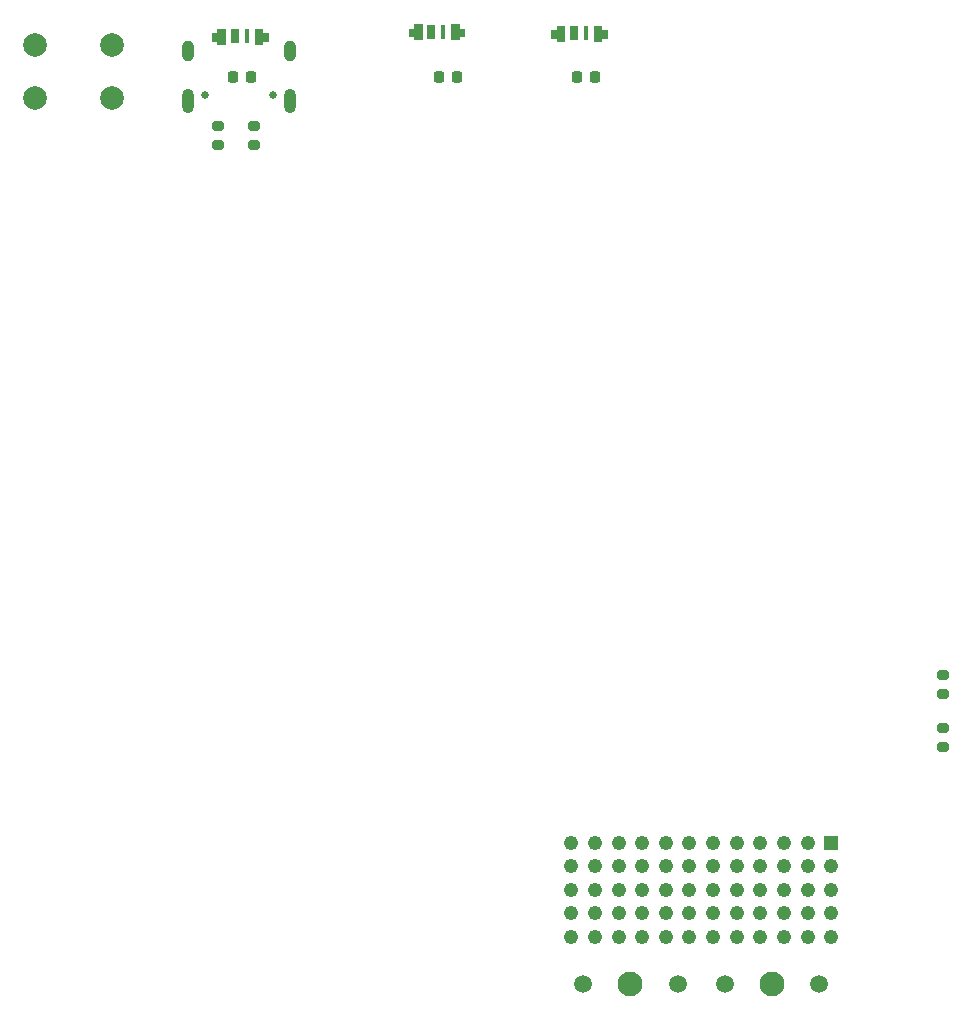
<source format=gbr>
%TF.GenerationSoftware,KiCad,Pcbnew,(7.0.0)*%
%TF.CreationDate,2023-02-28T21:09:02-08:00*%
%TF.ProjectId,daq-wireless,6461712d-7769-4726-956c-6573732e6b69,rev?*%
%TF.SameCoordinates,Original*%
%TF.FileFunction,Soldermask,Bot*%
%TF.FilePolarity,Negative*%
%FSLAX46Y46*%
G04 Gerber Fmt 4.6, Leading zero omitted, Abs format (unit mm)*
G04 Created by KiCad (PCBNEW (7.0.0)) date 2023-02-28 21:09:02*
%MOMM*%
%LPD*%
G01*
G04 APERTURE LIST*
G04 Aperture macros list*
%AMRoundRect*
0 Rectangle with rounded corners*
0 $1 Rounding radius*
0 $2 $3 $4 $5 $6 $7 $8 $9 X,Y pos of 4 corners*
0 Add a 4 corners polygon primitive as box body*
4,1,4,$2,$3,$4,$5,$6,$7,$8,$9,$2,$3,0*
0 Add four circle primitives for the rounded corners*
1,1,$1+$1,$2,$3*
1,1,$1+$1,$4,$5*
1,1,$1+$1,$6,$7*
1,1,$1+$1,$8,$9*
0 Add four rect primitives between the rounded corners*
20,1,$1+$1,$2,$3,$4,$5,0*
20,1,$1+$1,$4,$5,$6,$7,0*
20,1,$1+$1,$6,$7,$8,$9,0*
20,1,$1+$1,$8,$9,$2,$3,0*%
G04 Aperture macros list end*
%ADD10C,0.010000*%
%ADD11C,0.650000*%
%ADD12O,1.000000X2.100000*%
%ADD13O,1.000000X1.800000*%
%ADD14C,1.500000*%
%ADD15C,2.100000*%
%ADD16R,1.243000X1.243000*%
%ADD17C,1.243000*%
%ADD18C,2.000000*%
%ADD19RoundRect,0.225000X-0.225000X-0.250000X0.225000X-0.250000X0.225000X0.250000X-0.225000X0.250000X0*%
%ADD20RoundRect,0.200000X-0.275000X0.200000X-0.275000X-0.200000X0.275000X-0.200000X0.275000X0.200000X0*%
%ADD21R,0.700000X1.200000*%
%ADD22R,0.450000X1.200000*%
G04 APERTURE END LIST*
%TO.C,D9*%
G36*
X145352000Y-47248000D02*
G01*
X145802000Y-47248000D01*
X145802000Y-47898000D01*
X145352000Y-47898000D01*
X145352000Y-48148000D01*
X144702000Y-48148000D01*
X144702000Y-46848000D01*
X145352000Y-46848000D01*
X145352000Y-47248000D01*
G37*
D10*
X145352000Y-47248000D02*
X145802000Y-47248000D01*
X145802000Y-47898000D01*
X145352000Y-47898000D01*
X145352000Y-48148000D01*
X144702000Y-48148000D01*
X144702000Y-46848000D01*
X145352000Y-46848000D01*
X145352000Y-47248000D01*
G36*
X142202000Y-48148000D02*
G01*
X141552000Y-48148000D01*
X141552000Y-47898000D01*
X141102000Y-47898000D01*
X141102000Y-47248000D01*
X141552000Y-47248000D01*
X141552000Y-46848000D01*
X142202000Y-46848000D01*
X142202000Y-48148000D01*
G37*
X142202000Y-48148000D02*
X141552000Y-48148000D01*
X141552000Y-47898000D01*
X141102000Y-47898000D01*
X141102000Y-47248000D01*
X141552000Y-47248000D01*
X141552000Y-46848000D01*
X142202000Y-46848000D01*
X142202000Y-48148000D01*
%TO.C,D4*%
G36*
X116632000Y-47502000D02*
G01*
X117082000Y-47502000D01*
X117082000Y-48152000D01*
X116632000Y-48152000D01*
X116632000Y-48402000D01*
X115982000Y-48402000D01*
X115982000Y-47102000D01*
X116632000Y-47102000D01*
X116632000Y-47502000D01*
G37*
X116632000Y-47502000D02*
X117082000Y-47502000D01*
X117082000Y-48152000D01*
X116632000Y-48152000D01*
X116632000Y-48402000D01*
X115982000Y-48402000D01*
X115982000Y-47102000D01*
X116632000Y-47102000D01*
X116632000Y-47502000D01*
G36*
X113482000Y-48402000D02*
G01*
X112832000Y-48402000D01*
X112832000Y-48152000D01*
X112382000Y-48152000D01*
X112382000Y-47502000D01*
X112832000Y-47502000D01*
X112832000Y-47102000D01*
X113482000Y-47102000D01*
X113482000Y-48402000D01*
G37*
X113482000Y-48402000D02*
X112832000Y-48402000D01*
X112832000Y-48152000D01*
X112382000Y-48152000D01*
X112382000Y-47502000D01*
X112832000Y-47502000D01*
X112832000Y-47102000D01*
X113482000Y-47102000D01*
X113482000Y-48402000D01*
%TO.C,D7*%
G36*
X133300000Y-47104000D02*
G01*
X133750000Y-47104000D01*
X133750000Y-47754000D01*
X133300000Y-47754000D01*
X133300000Y-48004000D01*
X132650000Y-48004000D01*
X132650000Y-46704000D01*
X133300000Y-46704000D01*
X133300000Y-47104000D01*
G37*
X133300000Y-47104000D02*
X133750000Y-47104000D01*
X133750000Y-47754000D01*
X133300000Y-47754000D01*
X133300000Y-48004000D01*
X132650000Y-48004000D01*
X132650000Y-46704000D01*
X133300000Y-46704000D01*
X133300000Y-47104000D01*
G36*
X130150000Y-48004000D02*
G01*
X129500000Y-48004000D01*
X129500000Y-47754000D01*
X129050000Y-47754000D01*
X129050000Y-47104000D01*
X129500000Y-47104000D01*
X129500000Y-46704000D01*
X130150000Y-46704000D01*
X130150000Y-48004000D01*
G37*
X130150000Y-48004000D02*
X129500000Y-48004000D01*
X129500000Y-47754000D01*
X129050000Y-47754000D01*
X129050000Y-47104000D01*
X129500000Y-47104000D01*
X129500000Y-46704000D01*
X130150000Y-46704000D01*
X130150000Y-48004000D01*
%TD*%
D11*
%TO.C,J3*%
X117569000Y-52702000D03*
X111789000Y-52702000D03*
D12*
X118998999Y-53201999D03*
D13*
X118998999Y-49021999D03*
D12*
X110358999Y-53201999D03*
D13*
X110358999Y-49021999D03*
%TD*%
D14*
%TO.C,J1*%
X143800000Y-128016000D03*
D15*
X147800000Y-128016000D03*
D14*
X151800000Y-128016000D03*
X155800000Y-128016000D03*
D15*
X159800000Y-128016000D03*
D14*
X163800000Y-128016000D03*
D16*
X164799999Y-116015999D03*
D17*
X162800000Y-116016000D03*
X160800000Y-116016000D03*
X158800000Y-116016000D03*
X156800000Y-116016000D03*
X154800000Y-116016000D03*
X152800000Y-116016000D03*
X150800000Y-116016000D03*
X148800000Y-116016000D03*
X146800000Y-116016000D03*
X144800000Y-116016000D03*
X142800000Y-116016000D03*
X164800000Y-118016000D03*
X162800000Y-118016000D03*
X160800000Y-118016000D03*
X158800000Y-118016000D03*
X156800000Y-118016000D03*
X154800000Y-118016000D03*
X152800000Y-118016000D03*
X150800000Y-118016000D03*
X148800000Y-118016000D03*
X146800000Y-118016000D03*
X144800000Y-118016000D03*
X142800000Y-118016000D03*
X164800000Y-120016000D03*
X162800000Y-120016000D03*
X160800000Y-120016000D03*
X158800000Y-120016000D03*
X156800000Y-120016000D03*
X154800000Y-120016000D03*
X152800000Y-120016000D03*
X150800000Y-120016000D03*
X148800000Y-120016000D03*
X146800000Y-120016000D03*
X144800000Y-120016000D03*
X142800000Y-120016000D03*
X164800000Y-122016000D03*
X162800000Y-122016000D03*
X160800000Y-122016000D03*
X158800000Y-122016000D03*
X156800000Y-122016000D03*
X154800000Y-122016000D03*
X152800000Y-122016000D03*
X150800000Y-122016000D03*
X148800000Y-122016000D03*
X146800000Y-122016000D03*
X144800000Y-122016000D03*
X142800000Y-122016000D03*
X164800000Y-124016000D03*
X162800000Y-124016000D03*
X160800000Y-124016000D03*
X158800000Y-124016000D03*
X156800000Y-124016000D03*
X154800000Y-124016000D03*
X152800000Y-124016000D03*
X150800000Y-124016000D03*
X148800000Y-124016000D03*
X146800000Y-124016000D03*
X144800000Y-124016000D03*
X142800000Y-124016000D03*
%TD*%
D18*
%TO.C,SW1*%
X97386000Y-48514000D03*
X103886000Y-48514000D03*
X97386000Y-53014000D03*
X103886000Y-53014000D03*
%TD*%
D19*
%TO.C,C12*%
X131559000Y-51181000D03*
X133109000Y-51181000D03*
%TD*%
D20*
%TO.C,R2*%
X112903000Y-55309000D03*
X112903000Y-56959000D03*
%TD*%
D21*
%TO.C,D9*%
X143001999Y-47497999D03*
D22*
X144026999Y-47497999D03*
%TD*%
D19*
%TO.C,C11*%
X143243000Y-51181000D03*
X144793000Y-51181000D03*
%TD*%
D21*
%TO.C,D4*%
X114281999Y-47751999D03*
D22*
X115306999Y-47751999D03*
%TD*%
D19*
%TO.C,C13*%
X114147000Y-51181000D03*
X115697000Y-51181000D03*
%TD*%
D21*
%TO.C,D7*%
X130949999Y-47353999D03*
D22*
X131974999Y-47353999D03*
%TD*%
D20*
%TO.C,R3*%
X115951000Y-55309000D03*
X115951000Y-56959000D03*
%TD*%
%TO.C,R6*%
X174244000Y-106300000D03*
X174244000Y-107950000D03*
%TD*%
%TO.C,R5*%
X174244000Y-101791000D03*
X174244000Y-103441000D03*
%TD*%
M02*

</source>
